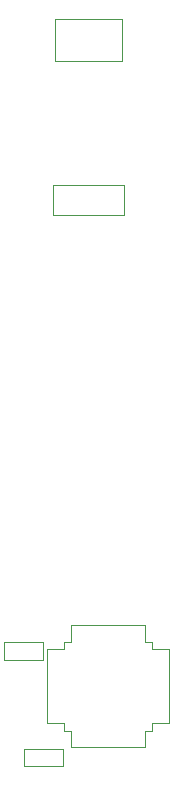
<source format=gbr>
G04 #@! TF.GenerationSoftware,KiCad,Pcbnew,(5.1.6)-1*
G04 #@! TF.CreationDate,2020-11-25T22:12:28-08:00*
G04 #@! TF.ProjectId,ortho_right,6f727468-6f5f-4726-9967-68742e6b6963,rev?*
G04 #@! TF.SameCoordinates,Original*
G04 #@! TF.FileFunction,Other,User*
%FSLAX46Y46*%
G04 Gerber Fmt 4.6, Leading zero omitted, Abs format (unit mm)*
G04 Created by KiCad (PCBNEW (5.1.6)-1) date 2020-11-25 22:12:28*
%MOMM*%
%LPD*%
G01*
G04 APERTURE LIST*
%ADD10C,0.050000*%
G04 APERTURE END LIST*
D10*
X219977100Y-87827000D02*
X216827100Y-87827000D01*
X219977100Y-86427000D02*
X219977100Y-87827000D01*
X220577100Y-86427000D02*
X219977100Y-86427000D01*
X220577100Y-85827000D02*
X220577100Y-86427000D01*
X221977100Y-85827000D02*
X220577100Y-85827000D01*
X221977100Y-82677000D02*
X221977100Y-85827000D01*
X219977100Y-77527000D02*
X216827100Y-77527000D01*
X219977100Y-78927000D02*
X219977100Y-77527000D01*
X220577100Y-78927000D02*
X219977100Y-78927000D01*
X220577100Y-79527000D02*
X220577100Y-78927000D01*
X221977100Y-79527000D02*
X220577100Y-79527000D01*
X221977100Y-82677000D02*
X221977100Y-79527000D01*
X213677100Y-87827000D02*
X216827100Y-87827000D01*
X213677100Y-86427000D02*
X213677100Y-87827000D01*
X213077100Y-86427000D02*
X213677100Y-86427000D01*
X213077100Y-85827000D02*
X213077100Y-86427000D01*
X211677100Y-85827000D02*
X213077100Y-85827000D01*
X211677100Y-82677000D02*
X211677100Y-85827000D01*
X213677100Y-77527000D02*
X216827100Y-77527000D01*
X213677100Y-78927000D02*
X213677100Y-77527000D01*
X213077100Y-78927000D02*
X213677100Y-78927000D01*
X213077100Y-79527000D02*
X213077100Y-78927000D01*
X211677100Y-79527000D02*
X213077100Y-79527000D01*
X211677100Y-82677000D02*
X211677100Y-79527000D01*
X209703400Y-89426800D02*
X213003400Y-89426800D01*
X209703400Y-87966800D02*
X209703400Y-89426800D01*
X213003400Y-87966800D02*
X209703400Y-87966800D01*
X213003400Y-89426800D02*
X213003400Y-87966800D01*
X208052400Y-80409800D02*
X211352400Y-80409800D01*
X208052400Y-78949800D02*
X208052400Y-80409800D01*
X211352400Y-78949800D02*
X208052400Y-78949800D01*
X211352400Y-80409800D02*
X211352400Y-78949800D01*
X212176100Y-42779000D02*
X218156100Y-42779000D01*
X212176100Y-42779000D02*
X212176100Y-40259000D01*
X218156100Y-40259000D02*
X218156100Y-42779000D01*
X218156100Y-40259000D02*
X212176100Y-40259000D01*
X212376100Y-26165400D02*
X212376100Y-29765400D01*
X217976100Y-26165400D02*
X212376100Y-26165400D01*
X217976100Y-29765400D02*
X217976100Y-26165400D01*
X212376100Y-29765400D02*
X217976100Y-29765400D01*
M02*

</source>
